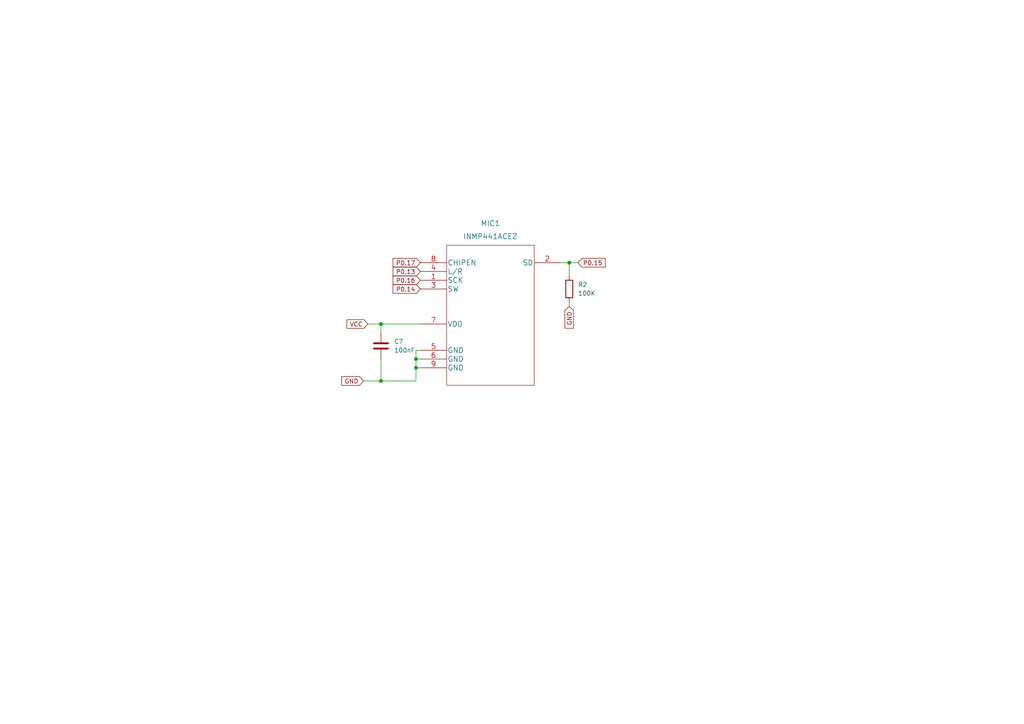
<source format=kicad_sch>
(kicad_sch (version 20211123) (generator eeschema)
  (paper "A4")
  (lib_symbols
    (symbol "Device:C" (pin_numbers hide) (pin_names (offset 0.254))
      (property "Reference" "C" (at 0.635 2.54 0))
      (property "Value" "C" (at 0.635 -2.54 0))
      (symbol "C_0_1"
        (polyline (pts (xy -2.032 -0.762) (xy 2.032 -0.762)) (stroke (width 0.508)))
        (polyline (pts (xy -2.032 0.762) (xy 2.032 0.762)) (stroke (width 0.508)))
      )
      (symbol "C_1_1"
        (pin passive line (at 0 3.81 270) (length 2.794) (name "~") (number "1"))
        (pin passive line (at 0 -3.81 90) (length 2.794) (name "~") (number "2"))
      )
    )
    (symbol "Device:R" (pin_numbers hide) (pin_names (offset 0))
      (property "Reference" "R" (at 2.032 0 90))
      (property "Value" "R" (at 0 0 90))
      (symbol "R_0_1"
        (rectangle (start -1.016 -2.54) (end 1.016 2.54) (stroke (width 0.254)))
      )
      (symbol "R_1_1"
        (pin passive line (at 0 3.81 270) (length 1.27) (name "~") (number "1"))
        (pin passive line (at 0 -3.81 90) (length 1.27) (name "~") (number "2"))
      )
    )
    (symbol "INMP441ACEZ:INMP441ACEZ" (pin_names (offset 0.254))
      (property "Reference" "MIC" (at 20.32 10.16 0))
      (property "Value" "INMP441ACEZ" (at 20.32 7.62 0))
      (symbol "INMP441ACEZ_1_1"
        (polyline (pts (xy 7.62 -35.56) (xy 33.02 -35.56)) (stroke (width 0.127)))
        (polyline (pts (xy 7.62 5.08) (xy 7.62 -35.56)) (stroke (width 0.127)))
        (polyline (pts (xy 33.02 -35.56) (xy 33.02 5.08)) (stroke (width 0.127)))
        (polyline (pts (xy 33.02 5.08) (xy 7.62 5.08)) (stroke (width 0.127)))
        (pin input line (at 0 -5.08 0) (length 7.62) (name "SCK") (number "1"))
        (pin output line (at 40.64 0 180) (length 7.62) (name "SD") (number "2"))
        (pin input line (at 0 -7.62 0) (length 7.62) (name "SW") (number "3"))
        (pin input line (at 0 -2.54 0) (length 7.62) (name "L/R") (number "4"))
        (pin power_in line (at 0 -25.4 0) (length 7.62) (name "GND") (number "5"))
        (pin power_in line (at 0 -27.94 0) (length 7.62) (name "GND") (number "6"))
        (pin power_in line (at 0 -17.78 0) (length 7.62) (name "VDD") (number "7"))
        (pin input line (at 0 0 0) (length 7.62) (name "CHIPEN") (number "8"))
        (pin power_in line (at 0 -30.48 0) (length 7.62) (name "GND") (number "9"))
      )
    )
  )
  (junction (at 165.1 76.2))
  (junction (at 120.65 104.14))
  (junction (at 110.49 110.49))
  (junction (at 110.49 93.98))
  (junction (at 120.65 106.68))
  (wire (pts (xy 120.65 106.68) (xy 120.65 110.49)))
  (wire (pts (xy 165.1 88.9) (xy 165.1 87.63)))
  (wire (pts (xy 165.1 76.2) (xy 165.1 80.01)))
  (wire (pts (xy 165.1 76.2) (xy 162.56 76.2)))
  (wire (pts (xy 120.65 104.14) (xy 121.92 104.14)))
  (wire (pts (xy 167.64 76.2) (xy 165.1 76.2)))
  (wire (pts (xy 110.49 110.49) (xy 120.65 110.49)))
  (wire (pts (xy 105.41 110.49) (xy 110.49 110.49)))
  (wire (pts (xy 121.92 101.6) (xy 120.65 101.6)))
  (wire (pts (xy 120.65 106.68) (xy 121.92 106.68)))
  (wire (pts (xy 120.65 104.14) (xy 120.65 106.68)))
  (wire (pts (xy 121.92 93.98) (xy 110.49 93.98)))
  (wire (pts (xy 110.49 104.14) (xy 110.49 110.49)))
  (wire (pts (xy 120.65 101.6) (xy 120.65 104.14)))
  (wire (pts (xy 110.49 93.98) (xy 110.49 96.52)))
  (wire (pts (xy 106.68 93.98) (xy 110.49 93.98)))
  (global_label "GND" (shape input) (at 165.1 88.9 270) (property "Intersheet References" "${INTERSHEET_REFS}" (effects hide)))
  (global_label "P0.13" (shape input) (at 121.92 78.74 180) (property "Intersheet References" "${INTERSHEET_REFS}" (effects hide)))
  (global_label "P0.16" (shape input) (at 121.92 81.28 180) (property "Intersheet References" "${INTERSHEET_REFS}" (effects hide)))
  (global_label "P0.15" (shape input) (at 167.64 76.2 0) (property "Intersheet References" "${INTERSHEET_REFS}" (effects hide)))
  (global_label "P0.17" (shape input) (at 121.92 76.2 180) (property "Intersheet References" "${INTERSHEET_REFS}" (effects hide)))
  (global_label "VCC" (shape input) (at 106.68 93.98 180) (property "Intersheet References" "${INTERSHEET_REFS}" (effects hide)))
  (global_label "P0.14" (shape input) (at 121.92 83.82 180) (property "Intersheet References" "${INTERSHEET_REFS}" (effects hide)))
  (global_label "GND" (shape input) (at 105.41 110.49 180) (property "Intersheet References" "${INTERSHEET_REFS}" (effects hide)))
  (symbol (lib_id "Device:R") (at 165.1 83.82 0) (unit 1)
    (property "Reference" "R2" (at 167.64 82.5499 0) (effects (justify left)))
    (property "Value" "100K" (at 167.64 85.0899 0) (effects (justify left)))
    (property "Footprint" "Resistor_SMD:R_0402_1005Metric" (effects hide))
  )
  (symbol (lib_id "Device:C") (at 110.49 100.33 180) (unit 1)
    (property "Reference" "C7" (at 114.3 99.0599 0) (effects (justify right)))
    (property "Value" "100nF" (at 114.3 101.5999 0) (effects (justify right)))
    (property "Footprint" "Capacitor_SMD:C_0402_1005Metric" (effects hide))
  )
  (symbol (lib_id "INMP441ACEZ:INMP441ACEZ") (at 121.92 76.2 0) (unit 1)
    (property "Reference" "MIC1" (at 142.24 64.77 0) (effects (font (size 1.524 1.524))))
    (property "Value" "INMP441ACEZ" (at 142.24 68.58 0) (effects (font (size 1.524 1.524))))
    (property "Footprint" "Footprints:INMP441ACEZ" (effects hide))
  )
)
</source>
